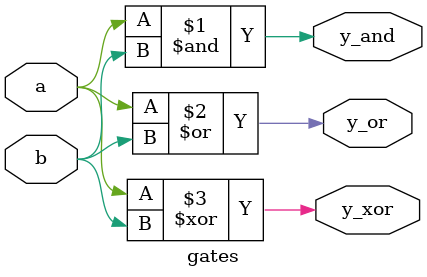
<source format=v>
module gates(
    input a, b,
    output wire y_and, y_or, y_xor
);

assign y_and = a & b;
assign y_or = a | b;
assign y_xor = a ^ b;



endmodule
</source>
